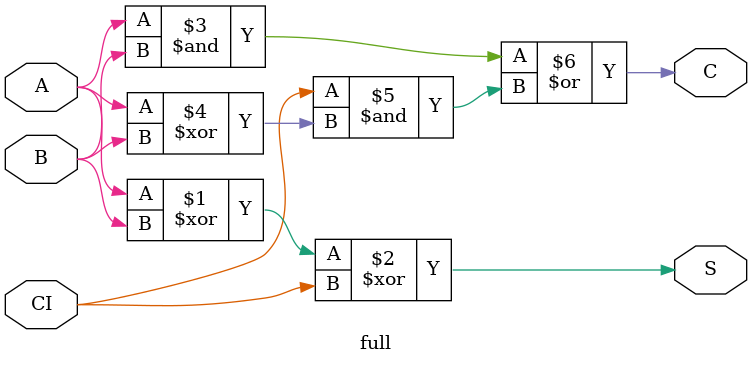
<source format=v>
module full(A, B, CI, C, S);
	input A, B, CI;
	output C, S;
	
	assign S = A ^ B ^ CI;
	assign C = (A & B) | (CI & (A ^ B));

endmodule
</source>
